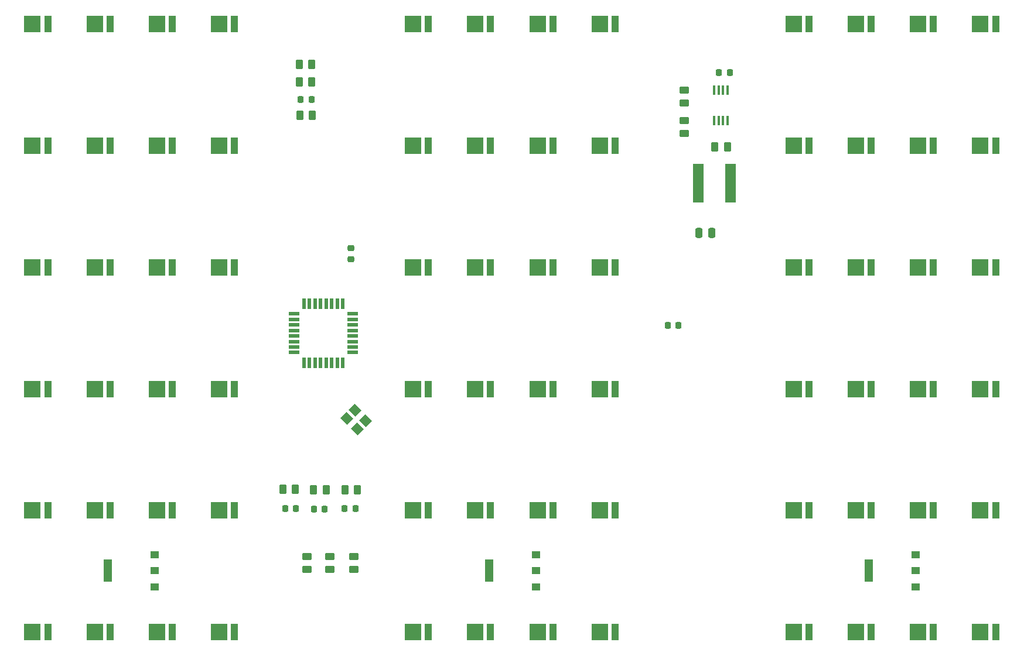
<source format=gtp>
G04 #@! TF.GenerationSoftware,KiCad,Pcbnew,7.0.1-0*
G04 #@! TF.CreationDate,2024-01-25T19:49:42+00:00*
G04 #@! TF.ProjectId,tail-lights,7461696c-2d6c-4696-9768-74732e6b6963,rev?*
G04 #@! TF.SameCoordinates,Original*
G04 #@! TF.FileFunction,Paste,Top*
G04 #@! TF.FilePolarity,Positive*
%FSLAX46Y46*%
G04 Gerber Fmt 4.6, Leading zero omitted, Abs format (unit mm)*
G04 Created by KiCad (PCBNEW 7.0.1-0) date 2024-01-25 19:49:42*
%MOMM*%
%LPD*%
G01*
G04 APERTURE LIST*
G04 Aperture macros list*
%AMRoundRect*
0 Rectangle with rounded corners*
0 $1 Rounding radius*
0 $2 $3 $4 $5 $6 $7 $8 $9 X,Y pos of 4 corners*
0 Add a 4 corners polygon primitive as box body*
4,1,4,$2,$3,$4,$5,$6,$7,$8,$9,$2,$3,0*
0 Add four circle primitives for the rounded corners*
1,1,$1+$1,$2,$3*
1,1,$1+$1,$4,$5*
1,1,$1+$1,$6,$7*
1,1,$1+$1,$8,$9*
0 Add four rect primitives between the rounded corners*
20,1,$1+$1,$2,$3,$4,$5,0*
20,1,$1+$1,$4,$5,$6,$7,0*
20,1,$1+$1,$6,$7,$8,$9,0*
20,1,$1+$1,$8,$9,$2,$3,0*%
%AMRotRect*
0 Rectangle, with rotation*
0 The origin of the aperture is its center*
0 $1 length*
0 $2 width*
0 $3 Rotation angle, in degrees counterclockwise*
0 Add horizontal line*
21,1,$1,$2,0,0,$3*%
G04 Aperture macros list end*
%ADD10R,2.330000X2.380000*%
%ADD11R,1.100000X2.380000*%
%ADD12RoundRect,0.250000X0.450000X-0.262500X0.450000X0.262500X-0.450000X0.262500X-0.450000X-0.262500X0*%
%ADD13RoundRect,0.250000X-0.262500X-0.450000X0.262500X-0.450000X0.262500X0.450000X-0.262500X0.450000X0*%
%ADD14R,1.200000X1.000000*%
%ADD15R,1.200000X3.300000*%
%ADD16RoundRect,0.225000X-0.225000X-0.250000X0.225000X-0.250000X0.225000X0.250000X-0.225000X0.250000X0*%
%ADD17RoundRect,0.225000X0.225000X0.250000X-0.225000X0.250000X-0.225000X-0.250000X0.225000X-0.250000X0*%
%ADD18RoundRect,0.250000X0.262500X0.450000X-0.262500X0.450000X-0.262500X-0.450000X0.262500X-0.450000X0*%
%ADD19RoundRect,0.225000X0.250000X-0.225000X0.250000X0.225000X-0.250000X0.225000X-0.250000X-0.225000X0*%
%ADD20RoundRect,0.250000X-0.250000X-0.475000X0.250000X-0.475000X0.250000X0.475000X-0.250000X0.475000X0*%
%ADD21RotRect,1.200000X1.400000X45.000000*%
%ADD22R,0.450000X1.400000*%
%ADD23R,0.600000X1.500000*%
%ADD24R,1.500000X0.600000*%
%ADD25R,1.600000X5.700000*%
G04 APERTURE END LIST*
D10*
X167200000Y-57600000D03*
D11*
X169415000Y-57600000D03*
D12*
X76662500Y-118912500D03*
X76662500Y-117087500D03*
D13*
X75337500Y-107362500D03*
X77162500Y-107362500D03*
D10*
X85200000Y-40000000D03*
D11*
X87415000Y-40000000D03*
D10*
X48200000Y-110400000D03*
D11*
X50415000Y-110400000D03*
D10*
X39200000Y-128000000D03*
D11*
X41415000Y-128000000D03*
D13*
X70837500Y-107362500D03*
X72662500Y-107362500D03*
D14*
X102968000Y-121426000D03*
X102968000Y-119126000D03*
X102968000Y-116826000D03*
D15*
X96168000Y-119126000D03*
D16*
X121990085Y-83647101D03*
X123540085Y-83647101D03*
D10*
X57200000Y-75200000D03*
D11*
X59415000Y-75200000D03*
D17*
X68275000Y-110112500D03*
X66725000Y-110112500D03*
D10*
X57200000Y-57600000D03*
D11*
X59415000Y-57600000D03*
D10*
X85200000Y-57600000D03*
D11*
X87415000Y-57600000D03*
D10*
X149200000Y-40000000D03*
D11*
X151415000Y-40000000D03*
D10*
X103200000Y-110400000D03*
D11*
X105415000Y-110400000D03*
D10*
X149200000Y-128000000D03*
D11*
X151415000Y-128000000D03*
D10*
X39200000Y-75200000D03*
D11*
X41415000Y-75200000D03*
D10*
X140200000Y-128000000D03*
D11*
X142415000Y-128000000D03*
D10*
X48200000Y-128000000D03*
D11*
X50415000Y-128000000D03*
D12*
X69912500Y-118912500D03*
X69912500Y-117087500D03*
D10*
X167200000Y-110400000D03*
D11*
X169415000Y-110400000D03*
D16*
X129429000Y-47000000D03*
X130979000Y-47000000D03*
D13*
X68837500Y-53200000D03*
X70662500Y-53200000D03*
D10*
X103200000Y-57600000D03*
D11*
X105415000Y-57600000D03*
D10*
X149200000Y-57600000D03*
D11*
X151415000Y-57600000D03*
D10*
X112200000Y-57600000D03*
D11*
X114415000Y-57600000D03*
D10*
X140200000Y-57600000D03*
D11*
X142415000Y-57600000D03*
D10*
X30200000Y-40000000D03*
D11*
X32415000Y-40000000D03*
D10*
X57200000Y-110400000D03*
D11*
X59415000Y-110400000D03*
D10*
X48200000Y-75200000D03*
D11*
X50415000Y-75200000D03*
D10*
X30200000Y-92800000D03*
D11*
X32415000Y-92800000D03*
D10*
X158200000Y-40000000D03*
D11*
X160415000Y-40000000D03*
D18*
X70591161Y-45867832D03*
X68766161Y-45867832D03*
D10*
X48200000Y-92800000D03*
D11*
X50415000Y-92800000D03*
D10*
X149200000Y-92800000D03*
D11*
X151415000Y-92800000D03*
D10*
X149200000Y-110400000D03*
D11*
X151415000Y-110400000D03*
D12*
X73162500Y-118912500D03*
X73162500Y-117087500D03*
D10*
X85200000Y-110400000D03*
D11*
X87415000Y-110400000D03*
D10*
X158200000Y-128000000D03*
D11*
X160415000Y-128000000D03*
D19*
X76250000Y-74025000D03*
X76250000Y-72475000D03*
D10*
X57200000Y-40000000D03*
D11*
X59415000Y-40000000D03*
D10*
X30200000Y-75200000D03*
D11*
X32415000Y-75200000D03*
D10*
X167200000Y-75200000D03*
D11*
X169415000Y-75200000D03*
D10*
X112200000Y-75200000D03*
D11*
X114415000Y-75200000D03*
D10*
X94200000Y-128000000D03*
D11*
X96415000Y-128000000D03*
D10*
X112200000Y-92800000D03*
D11*
X114415000Y-92800000D03*
D10*
X94200000Y-40000000D03*
D11*
X96415000Y-40000000D03*
D10*
X94200000Y-92800000D03*
D11*
X96415000Y-92800000D03*
D20*
X126500000Y-70250000D03*
X128400000Y-70250000D03*
D10*
X39200000Y-57600000D03*
D11*
X41415000Y-57600000D03*
D10*
X48200000Y-57600000D03*
D11*
X50415000Y-57600000D03*
D10*
X149200000Y-75200000D03*
D11*
X151415000Y-75200000D03*
D21*
X75621142Y-97073223D03*
X77176777Y-98628858D03*
X78378858Y-97426777D03*
X76823223Y-95871142D03*
D10*
X140200000Y-110400000D03*
D11*
X142415000Y-110400000D03*
D10*
X158200000Y-57600000D03*
D11*
X160415000Y-57600000D03*
D10*
X85200000Y-128000000D03*
D11*
X87415000Y-128000000D03*
D16*
X70869552Y-110159254D03*
X72419552Y-110159254D03*
D10*
X39200000Y-40000000D03*
D11*
X41415000Y-40000000D03*
D10*
X103200000Y-128000000D03*
D11*
X105415000Y-128000000D03*
D16*
X68975000Y-50950000D03*
X70525000Y-50950000D03*
D10*
X85200000Y-92800000D03*
D11*
X87415000Y-92800000D03*
D12*
X124389334Y-55819952D03*
X124389334Y-53994952D03*
D10*
X30200000Y-128000000D03*
D11*
X32415000Y-128000000D03*
D10*
X30200000Y-57600000D03*
D11*
X32415000Y-57600000D03*
D10*
X112200000Y-40000000D03*
D11*
X114415000Y-40000000D03*
D22*
X130671000Y-49550000D03*
X130021000Y-49550000D03*
X129371000Y-49550000D03*
X128721000Y-49550000D03*
X128721000Y-53950000D03*
X129371000Y-53950000D03*
X130021000Y-53950000D03*
X130671000Y-53950000D03*
D14*
X47850000Y-121426000D03*
X47850000Y-119126000D03*
X47850000Y-116826000D03*
D15*
X41050000Y-119126000D03*
D10*
X94200000Y-110400000D03*
D11*
X96415000Y-110400000D03*
D16*
X75321701Y-110096383D03*
X76871701Y-110096383D03*
D10*
X94200000Y-75200000D03*
D11*
X96415000Y-75200000D03*
D10*
X39200000Y-110400000D03*
D11*
X41415000Y-110400000D03*
D10*
X103200000Y-75200000D03*
D11*
X105415000Y-75200000D03*
D23*
X69450000Y-89000000D03*
X70250000Y-89000000D03*
X71050000Y-89000000D03*
X71850000Y-89000000D03*
X72650000Y-89000000D03*
X73450000Y-89000000D03*
X74250000Y-89000000D03*
X75050000Y-89000000D03*
D24*
X76500000Y-87550000D03*
X76500000Y-86750000D03*
X76500000Y-85950000D03*
X76500000Y-85150000D03*
X76500000Y-84350000D03*
X76500000Y-83550000D03*
X76500000Y-82750000D03*
X76500000Y-81950000D03*
D23*
X75050000Y-80500000D03*
X74250000Y-80500000D03*
X73450000Y-80500000D03*
X72650000Y-80500000D03*
X71850000Y-80500000D03*
X71050000Y-80500000D03*
X70250000Y-80500000D03*
X69450000Y-80500000D03*
D24*
X68000000Y-81950000D03*
X68000000Y-82750000D03*
X68000000Y-83550000D03*
X68000000Y-84350000D03*
X68000000Y-85150000D03*
X68000000Y-85950000D03*
X68000000Y-86750000D03*
X68000000Y-87550000D03*
D10*
X158200000Y-110400000D03*
D11*
X160415000Y-110400000D03*
D10*
X158200000Y-92800000D03*
D11*
X160415000Y-92800000D03*
D10*
X48200000Y-40000000D03*
D11*
X50415000Y-40000000D03*
D10*
X39200000Y-92800000D03*
D11*
X41415000Y-92800000D03*
D10*
X158200000Y-75200000D03*
D11*
X160415000Y-75200000D03*
D18*
X70591161Y-48367832D03*
X68766161Y-48367832D03*
D10*
X112200000Y-110400000D03*
D11*
X114415000Y-110400000D03*
D10*
X167200000Y-128000000D03*
D11*
X169415000Y-128000000D03*
D10*
X103200000Y-92800000D03*
D11*
X105415000Y-92800000D03*
D10*
X140200000Y-92800000D03*
D11*
X142415000Y-92800000D03*
D13*
X128837500Y-57750000D03*
X130662500Y-57750000D03*
D12*
X124362000Y-51412500D03*
X124362000Y-49587500D03*
D10*
X103200000Y-40000000D03*
D11*
X105415000Y-40000000D03*
D10*
X94200000Y-57600000D03*
D11*
X96415000Y-57600000D03*
D14*
X157832000Y-121426000D03*
X157832000Y-119126000D03*
X157832000Y-116826000D03*
D15*
X151032000Y-119126000D03*
D10*
X140200000Y-75200000D03*
D11*
X142415000Y-75200000D03*
D10*
X57200000Y-92800000D03*
D11*
X59415000Y-92800000D03*
D10*
X85200000Y-75200000D03*
D11*
X87415000Y-75200000D03*
D18*
X68220826Y-107351602D03*
X66395826Y-107351602D03*
D10*
X140200000Y-40000000D03*
D11*
X142415000Y-40000000D03*
D10*
X57200000Y-128000000D03*
D11*
X59415000Y-128000000D03*
D10*
X30200000Y-110400000D03*
D11*
X32415000Y-110400000D03*
D25*
X131100000Y-63000000D03*
X126400000Y-63000000D03*
D10*
X167200000Y-40000000D03*
D11*
X169415000Y-40000000D03*
D10*
X112200000Y-128000000D03*
D11*
X114415000Y-128000000D03*
D10*
X167200000Y-92800000D03*
D11*
X169415000Y-92800000D03*
M02*

</source>
